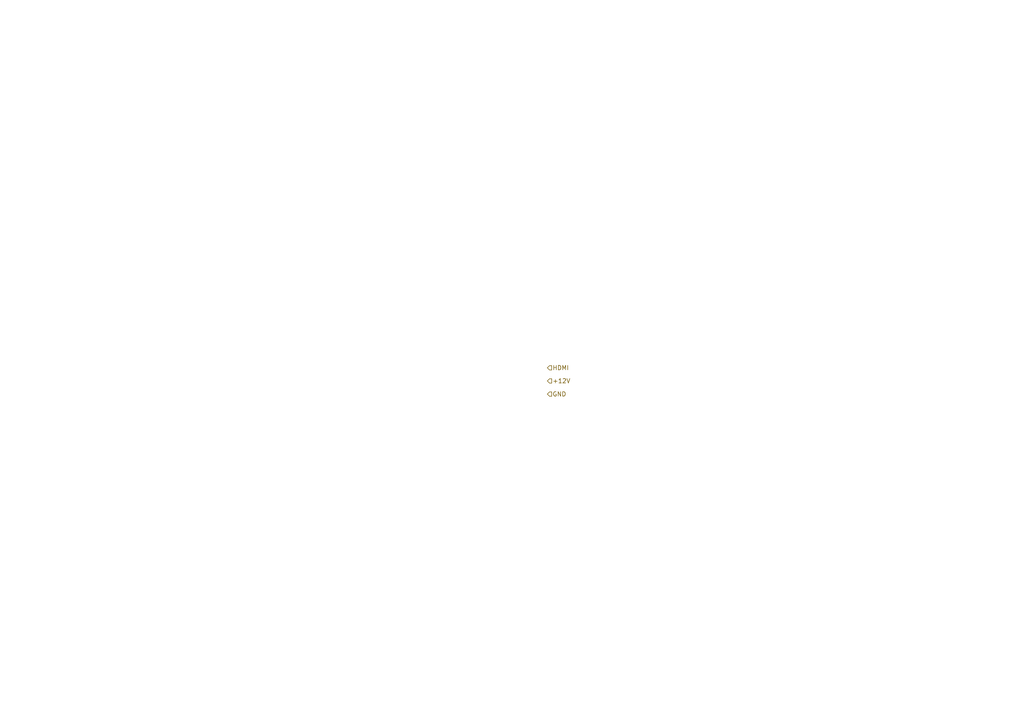
<source format=kicad_sch>
(kicad_sch
	(version 20250114)
	(generator "eeschema")
	(generator_version "9.0")
	(uuid "b7cd426c-3948-4873-8fe9-54a8da35ef1c")
	(paper "A4")
	(lib_symbols)
	(hierarchical_label "+12V"
		(shape input)
		(at 158.75 110.49 0)
		(effects
			(font
				(size 1.27 1.27)
			)
			(justify left)
		)
		(uuid "20894035-63c0-4533-8899-f70eff28d04f")
	)
	(hierarchical_label "GND"
		(shape input)
		(at 158.75 114.3 0)
		(effects
			(font
				(size 1.27 1.27)
			)
			(justify left)
		)
		(uuid "e15a71b6-605e-4741-a2c0-4657aba45641")
	)
	(hierarchical_label "HDMI"
		(shape input)
		(at 158.75 106.68 0)
		(effects
			(font
				(size 1.27 1.27)
			)
			(justify left)
		)
		(uuid "e509b740-cc1d-4ca8-8a70-9155b5cbd0e8")
	)
)

</source>
